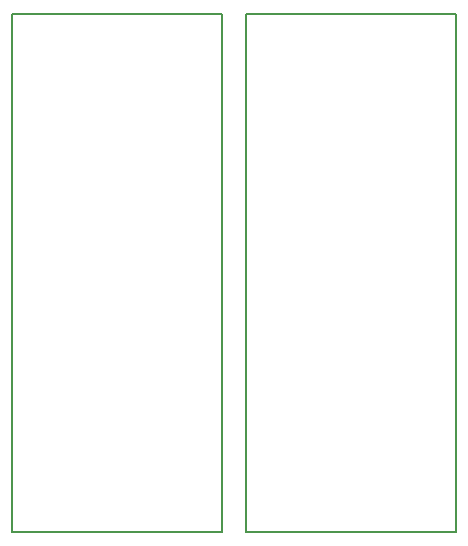
<source format=gbr>
G04 #@! TF.GenerationSoftware,KiCad,Pcbnew,(5.0.1-3-g963ef8bb5)*
G04 #@! TF.CreationDate,2019-07-31T15:24:12+02:00*
G04 #@! TF.ProjectId,StudIOT,53747564494F542E6B696361645F7063,rev?*
G04 #@! TF.SameCoordinates,Original*
G04 #@! TF.FileFunction,Profile,NP*
%FSLAX46Y46*%
G04 Gerber Fmt 4.6, Leading zero omitted, Abs format (unit mm)*
G04 Created by KiCad (PCBNEW (5.0.1-3-g963ef8bb5)) date 2019 July 31, Wednesday 15:24:12*
%MOMM*%
%LPD*%
G01*
G04 APERTURE LIST*
%ADD10C,0.200000*%
G04 APERTURE END LIST*
D10*
X110910000Y-78400000D02*
X128680000Y-78400000D01*
X128680000Y-78400000D02*
X128680000Y-122220000D01*
X110910000Y-122220000D02*
X110910000Y-78410000D01*
X128680000Y-122220000D02*
X110910000Y-122220000D01*
X91110000Y-122220000D02*
X91110000Y-78410000D01*
X108880000Y-122220000D02*
X91110000Y-122220000D01*
X108880000Y-78400000D02*
X108880000Y-122220000D01*
X91110000Y-78400000D02*
X108880000Y-78400000D01*
M02*

</source>
